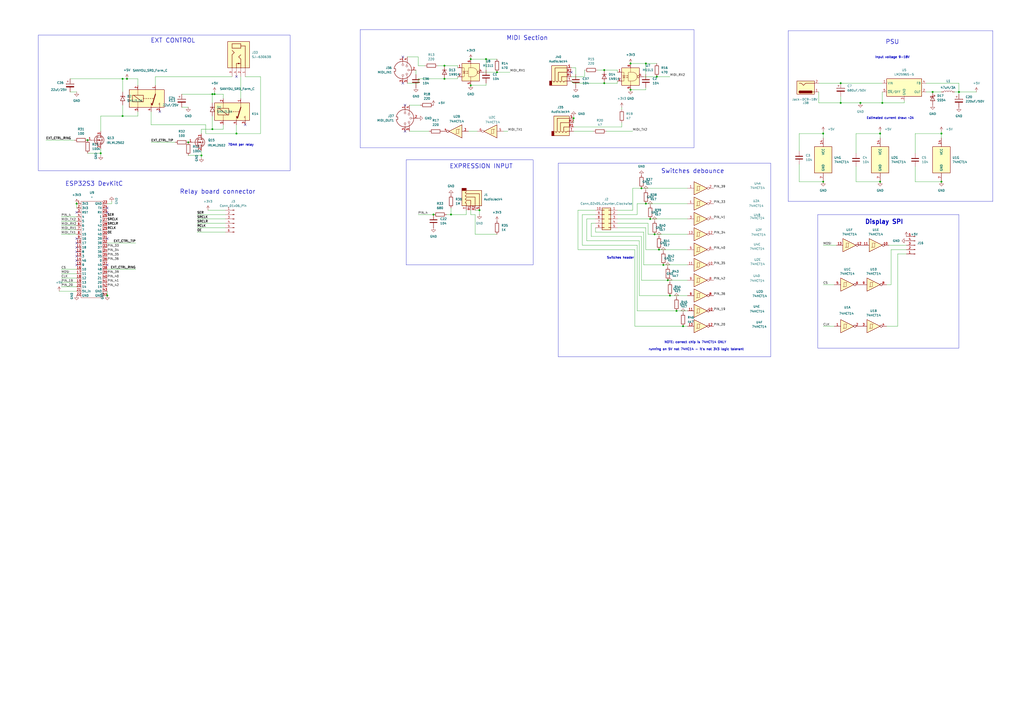
<source format=kicad_sch>
(kicad_sch (version 20250114) (generator "eeschema") (generator_version "9.0")
  (paper "A2")
  (rectangle (start 235.585 92.71) (end 309.245 153.67))
  (rectangle (start 22.225 20.32) (end 168.275 99.06))
  (rectangle (start 323.85 94.615) (end 447.04 207.01))
  (rectangle (start 474.345 124.46) (end 556.26 201.93))
  (rectangle (start 208.915 17.145) (end 402.59 85.725))
  (rectangle (start 457.2 17.78) (end 575.945 116.84))
  (text "Estimated current draw: ~2A\n\n" (at 516.382 69.596 0) (effects (font (size 1.27 1.27) (thickness 0.254) (bold yes))))
  (text "EXT CONTROL" (at 100.33 23.622 0) (effects (font (size 2.54 2.54) (thickness 0.254) (bold yes))))
  (text "Display SPI \n" (at 513.842 128.778 0) (effects (font (size 2.54 2.54) (thickness 0.508) (bold yes))))
  (text "EXPRESSION INPUT" (at 279.146 96.52 0) (effects (font (size 2.54 2.54) (thickness 0.254) (bold yes))))
  (text "Input voltage 9-18V" (at 517.652 33.274 0) (effects (font (size 1.27 1.27) (thickness 0.254) (bold yes))))
  (text "NOTE: correct chip is 74HCT14 ONLY\n\n running on 5V not 74HC14 - it's not 3V3 logic tolerant\n" (at 403.352 200.66 0) (effects (font (size 1.27 1.27) (thickness 0.254) (bold yes))))
  (text "Relay board connector" (at 126.238 111.252 0) (effects (font (size 2.54 2.54) (thickness 0.254) (bold yes))))
  (text "MIDI Section\n" (at 305.816 22.098 0) (effects (font (size 2.54 2.54) (thickness 0.254) (bold yes))))
  (text "Switches header" (at 359.918 149.606 0) (effects (font (size 1.27 1.27) (thickness 0.254) (bold yes))))
  (text "70mA per relay\n" (at 139.7 84.074 0) (effects (font (size 1.27 1.27) (thickness 0.254) (bold yes))))
  (text "Switches debounce" (at 401.828 99.314 0) (effects (font (size 2.54 2.54) (thickness 0.254) (bold yes))))
  (text "ESP32S3 DevKitC\n" (at 54.61 106.68 0) (effects (font (size 2.54 2.54) (thickness 0.254) (bold yes))))
  (text "PSU\n" (at 517.652 24.384 0) (effects (font (size 2.54 2.54) (thickness 0.254) (bold yes))))
  (junction (at 50.8 81.28))
  (junction (at 332.74 68.58))
  (junction (at 546.1 105.41))
  (junction (at 384.81 153.67))
  (junction (at 381 44.45))
  (junction (at 396.24 189.23))
  (junction (at 261.62 124.46))
  (junction (at 510.54 105.41))
  (junction (at 382.27 144.78))
  (junction (at 372.11 109.22))
  (junction (at 510.54 77.47))
  (junction (at 257.81 38.1))
  (junction (at 116.84 90.17))
  (junction (at 278.13 121.92))
  (junction (at 288.29 41.91))
  (junction (at 44.45 118.11))
  (junction (at 477.52 105.41))
  (junction (at 477.52 77.47))
  (junction (at 487.68 59.69))
  (junction (at 273.05 34.29))
  (junction (at 281.94 34.29))
  (junction (at 124.46 54.61))
  (junction (at 71.12 67.31))
  (junction (at 350.52 40.64))
  (junction (at 365.76 52.07))
  (junction (at 556.26 53.34))
  (junction (at 374.65 36.83))
  (junction (at 257.81 45.72))
  (junction (at 541.02 53.34))
  (junction (at 392.43 180.34))
  (junction (at 58.42 88.9))
  (junction (at 273.05 49.53))
  (junction (at 73.66 45.72))
  (junction (at 123.19 54.61))
  (junction (at 499.11 59.69))
  (junction (at 546.1 77.47))
  (junction (at 511.81 59.69))
  (junction (at 487.68 48.26))
  (junction (at 388.62 171.45))
  (junction (at 365.76 36.83))
  (junction (at 71.12 45.72))
  (junction (at 387.35 162.56))
  (junction (at 377.19 127))
  (junction (at 374.65 118.11))
  (junction (at 109.22 82.55))
  (junction (at 350.52 48.26))
  (junction (at 137.16 77.47))
  (junction (at 251.46 124.46))
  (junction (at 379.73 135.89))
  (junction (at 123.19 74.93))
  (junction (at 62.23 171.45))
  (no_connect (at 44.45 151.13))
  (no_connect (at 137.16 44.45))
  (no_connect (at 62.23 153.67))
  (no_connect (at 44.45 123.19))
  (no_connect (at 62.23 138.43))
  (no_connect (at 44.45 146.05))
  (no_connect (at 234.95 76.2))
  (no_connect (at 233.68 33.02))
  (no_connect (at 234.95 60.96))
  (no_connect (at 142.24 72.39))
  (no_connect (at 62.23 120.65))
  (no_connect (at 92.71 64.77))
  (no_connect (at 44.45 143.51))
  (no_connect (at 44.45 140.97))
  (no_connect (at 44.45 153.67))
  (no_connect (at 62.23 123.19))
  (no_connect (at 44.45 148.59))
  (no_connect (at 44.45 138.43))
  (no_connect (at 331.47 41.91))
  (no_connect (at 233.68 48.26))
  (wire (pts (xy 87.63 82.55) (xy 101.6 82.55)))
  (wire (pts (xy 80.01 64.77) (xy 80.01 67.31)))
  (wire (pts (xy 398.78 144.78) (xy 382.27 144.78)))
  (wire (pts (xy 511.81 48.26) (xy 487.68 48.26)))
  (wire (pts (xy 105.41 54.61) (xy 123.19 54.61)))
  (wire (pts (xy 375.92 135.89) (xy 375.92 129.54)))
  (wire (pts (xy 388.62 171.45) (xy 398.78 171.45)))
  (wire (pts (xy 241.3 40.64) (xy 241.3 43.18)))
  (wire (pts (xy 374.65 118.11) (xy 369.57 118.11)))
  (wire (pts (xy 332.74 73.66) (xy 360.68 73.66)))
  (wire (pts (xy 463.55 95.25) (xy 463.55 105.41)))
  (wire (pts (xy 337.82 142.24) (xy 337.82 124.46)))
  (wire (pts (xy 358.14 124.46) (xy 369.57 124.46)))
  (wire (pts (xy 275.59 121.92) (xy 278.13 121.92)))
  (wire (pts (xy 35.56 156.21) (xy 44.45 156.21)))
  (wire (pts (xy 35.56 133.35) (xy 44.45 133.35)))
  (wire (pts (xy 372.11 109.22) (xy 367.03 109.22)))
  (wire (pts (xy 477.52 80.01) (xy 477.52 77.47)))
  (wire (pts (xy 337.82 124.46) (xy 345.44 124.46)))
  (wire (pts (xy 71.12 45.72) (xy 71.12 53.34)))
  (wire (pts (xy 265.43 38.1) (xy 265.43 39.37)))
  (wire (pts (xy 358.14 40.64) (xy 350.52 40.64)))
  (wire (pts (xy 275.59 124.46) (xy 273.05 124.46)))
  (wire (pts (xy 373.38 153.67) (xy 373.38 134.62)))
  (wire (pts (xy 520.7 147.32) (xy 520.7 189.23)))
  (wire (pts (xy 474.98 48.26) (xy 487.68 48.26)))
  (wire (pts (xy 345.44 134.62) (xy 345.44 132.08)))
  (wire (pts (xy 360.68 71.12) (xy 360.68 73.66)))
  (wire (pts (xy 511.81 59.69) (xy 524.51 59.69)))
  (wire (pts (xy 280.67 41.91) (xy 288.29 41.91)))
  (wire (pts (xy 332.74 48.26) (xy 350.52 48.26)))
  (wire (pts (xy 139.7 44.45) (xy 139.7 57.15)))
  (wire (pts (xy 556.26 53.34) (xy 556.26 54.61)))
  (wire (pts (xy 116.84 74.93) (xy 116.84 77.47)))
  (wire (pts (xy 35.56 128.27) (xy 44.45 128.27)))
  (wire (pts (xy 537.21 53.34) (xy 541.02 53.34)))
  (wire (pts (xy 90.17 44.45) (xy 90.17 49.53)))
  (wire (pts (xy 398.78 135.89) (xy 379.73 135.89)))
  (wire (pts (xy 525.78 147.32) (xy 520.7 147.32)))
  (wire (pts (xy 288.29 41.91) (xy 295.91 41.91)))
  (wire (pts (xy 64.77 118.11) (xy 64.77 116.84)))
  (wire (pts (xy 365.76 36.83) (xy 374.65 36.83)))
  (wire (pts (xy 373.38 44.45) (xy 381 44.45)))
  (wire (pts (xy 369.57 142.24) (xy 369.57 180.34)))
  (wire (pts (xy 123.19 54.61) (xy 123.19 59.69)))
  (wire (pts (xy 496.57 77.47) (xy 510.54 77.47)))
  (wire (pts (xy 358.14 40.64) (xy 358.14 41.91)))
  (wire (pts (xy 35.56 130.81) (xy 44.45 130.81)))
  (wire (pts (xy 335.28 121.92) (xy 345.44 121.92)))
  (wire (pts (xy 114.3 129.54) (xy 130.81 129.54)))
  (wire (pts (xy 496.57 77.47) (xy 496.57 88.9)))
  (wire (pts (xy 116.84 91.44) (xy 116.84 90.17)))
  (wire (pts (xy 382.27 144.78) (xy 374.65 144.78)))
  (wire (pts (xy 546.1 76.2) (xy 546.1 77.47)))
  (wire (pts (xy 137.16 77.47) (xy 119.38 77.47)))
  (wire (pts (xy 114.3 132.08) (xy 130.81 132.08)))
  (wire (pts (xy 58.42 67.31) (xy 58.42 76.2)))
  (wire (pts (xy 281.94 48.26) (xy 281.94 49.53)))
  (wire (pts (xy 372.11 137.16) (xy 372.11 162.56)))
  (wire (pts (xy 40.64 45.72) (xy 71.12 45.72)))
  (wire (pts (xy 259.08 124.46) (xy 261.62 124.46)))
  (wire (pts (xy 114.3 124.46) (xy 130.81 124.46)))
  (wire (pts (xy 511.81 53.34) (xy 511.81 59.69)))
  (wire (pts (xy 50.8 88.9) (xy 58.42 88.9)))
  (wire (pts (xy 281.94 34.29) (xy 281.94 40.64)))
  (wire (pts (xy 129.54 57.15) (xy 129.54 54.61)))
  (wire (pts (xy 516.89 165.1) (xy 516.89 144.78)))
  (wire (pts (xy 477.52 189.23) (xy 483.87 189.23)))
  (wire (pts (xy 261.62 124.46) (xy 270.51 124.46)))
  (wire (pts (xy 273.05 49.53) (xy 281.94 49.53)))
  (wire (pts (xy 367.03 109.22) (xy 367.03 121.92)))
  (wire (pts (xy 463.55 87.63) (xy 463.55 77.47)))
  (wire (pts (xy 273.05 34.29) (xy 281.94 34.29)))
  (wire (pts (xy 499.11 59.69) (xy 511.81 59.69)))
  (wire (pts (xy 510.54 77.47) (xy 510.54 80.01)))
  (wire (pts (xy 530.86 96.52) (xy 530.86 105.41)))
  (wire (pts (xy 116.84 74.93) (xy 123.19 74.93)))
  (wire (pts (xy 370.84 139.7) (xy 370.84 171.45)))
  (wire (pts (xy 35.56 158.75) (xy 44.45 158.75)))
  (wire (pts (xy 87.63 72.39) (xy 87.63 64.77)))
  (wire (pts (xy 553.72 53.34) (xy 556.26 53.34)))
  (wire (pts (xy 237.49 60.96) (xy 243.84 60.96)))
  (wire (pts (xy 358.14 129.54) (xy 375.92 129.54)))
  (wire (pts (xy 381 44.45) (xy 388.62 44.45)))
  (wire (pts (xy 379.73 135.89) (xy 375.92 135.89)))
  (wire (pts (xy 34.29 168.91) (xy 44.45 168.91)))
  (wire (pts (xy 377.19 127) (xy 398.78 127)))
  (wire (pts (xy 372.11 162.56) (xy 387.35 162.56)))
  (wire (pts (xy 496.57 105.41) (xy 510.54 105.41)))
  (wire (pts (xy 392.43 180.34) (xy 398.78 180.34)))
  (wire (pts (xy 360.68 63.5) (xy 360.68 62.23)))
  (wire (pts (xy 71.12 60.96) (xy 71.12 67.31)))
  (wire (pts (xy 340.36 139.7) (xy 340.36 127)))
  (wire (pts (xy 151.13 44.45) (xy 151.13 77.47)))
  (wire (pts (xy 477.52 76.2) (xy 477.52 77.47)))
  (wire (pts (xy 275.59 124.46) (xy 275.59 135.89)))
  (wire (pts (xy 463.55 105.41) (xy 477.52 105.41)))
  (wire (pts (xy 541.02 53.34) (xy 546.1 53.34)))
  (wire (pts (xy 292.1 76.2) (xy 294.64 76.2)))
  (wire (pts (xy 384.81 153.67) (xy 373.38 153.67)))
  (wire (pts (xy 73.66 45.72) (xy 71.12 45.72)))
  (wire (pts (xy 339.09 40.64) (xy 339.09 44.45)))
  (wire (pts (xy 368.3 144.78) (xy 368.3 189.23)))
  (wire (pts (xy 374.65 36.83) (xy 381 36.83)))
  (wire (pts (xy 109.22 90.17) (xy 116.84 90.17)))
  (wire (pts (xy 254 38.1) (xy 257.81 38.1)))
  (wire (pts (xy 257.81 45.72) (xy 265.43 45.72)))
  (wire (pts (xy 124.46 53.34) (xy 124.46 54.61)))
  (wire (pts (xy 62.23 168.91) (xy 62.23 171.45)))
  (wire (pts (xy 530.86 88.9) (xy 530.86 77.47)))
  (wire (pts (xy 120.65 121.92) (xy 130.81 121.92)))
  (wire (pts (xy 340.36 127) (xy 345.44 127)))
  (wire (pts (xy 332.74 48.26) (xy 331.47 46.99)))
  (wire (pts (xy 332.74 68.58) (xy 332.74 71.12)))
  (wire (pts (xy 345.44 134.62) (xy 373.38 134.62)))
  (wire (pts (xy 242.57 38.1) (xy 242.57 33.02)))
  (wire (pts (xy 346.71 40.64) (xy 350.52 40.64)))
  (wire (pts (xy 26.67 81.28) (xy 43.18 81.28)))
  (wire (pts (xy 335.28 144.78) (xy 335.28 121.92)))
  (wire (pts (xy 265.43 38.1) (xy 257.81 38.1)))
  (wire (pts (xy 35.56 166.37) (xy 44.45 166.37)))
  (wire (pts (xy 58.42 88.9) (xy 58.42 90.17)))
  (wire (pts (xy 514.35 189.23) (xy 520.7 189.23)))
  (wire (pts (xy 90.17 44.45) (xy 134.62 44.45)))
  (wire (pts (xy 123.19 74.93) (xy 129.54 74.93)))
  (wire (pts (xy 236.22 33.02) (xy 242.57 33.02)))
  (wire (pts (xy 350.52 48.26) (xy 358.14 48.26)))
  (wire (pts (xy 510.54 76.2) (xy 510.54 77.47)))
  (wire (pts (xy 44.45 118.11) (xy 44.45 120.65)))
  (wire (pts (xy 331.47 39.37) (xy 334.01 39.37)))
  (wire (pts (xy 105.41 62.23) (xy 109.22 62.23)))
  (wire (pts (xy 516.89 144.78) (xy 525.78 144.78)))
  (wire (pts (xy 275.59 135.89) (xy 288.29 135.89)))
  (wire (pts (xy 261.62 120.65) (xy 261.62 124.46)))
  (wire (pts (xy 242.57 45.72) (xy 257.81 45.72)))
  (wire (pts (xy 374.65 118.11) (xy 398.78 118.11)))
  (wire (pts (xy 369.57 118.11) (xy 369.57 124.46)))
  (wire (pts (xy 78.74 156.21) (xy 62.23 156.21)))
  (wire (pts (xy 387.35 162.56) (xy 398.78 162.56)))
  (wire (pts (xy 477.52 142.24) (xy 485.14 142.24)))
  (wire (pts (xy 530.86 105.41) (xy 546.1 105.41)))
  (wire (pts (xy 78.74 140.97) (xy 62.23 140.97)))
  (wire (pts (xy 358.14 132.08) (xy 374.65 132.08)))
  (wire (pts (xy 142.24 44.45) (xy 151.13 44.45)))
  (wire (pts (xy 271.78 76.2) (xy 276.86 76.2)))
  (wire (pts (xy 124.46 54.61) (xy 129.54 54.61)))
  (wire (pts (xy 332.74 76.2) (xy 344.17 76.2)))
  (wire (pts (xy 331.47 44.45) (xy 339.09 44.45)))
  (wire (pts (xy 242.57 45.72) (xy 242.57 48.26)))
  (wire (pts (xy 281.94 34.29) (xy 288.29 34.29)))
  (wire (pts (xy 58.42 67.31) (xy 71.12 67.31)))
  (wire (pts (xy 530.86 77.47) (xy 546.1 77.47)))
  (wire (pts (xy 35.56 161.29) (xy 44.45 161.29)))
  (wire (pts (xy 119.38 77.47) (xy 119.38 72.39)))
  (wire (pts (xy 242.57 124.46) (xy 251.46 124.46)))
  (wire (pts (xy 514.35 165.1) (xy 516.89 165.1)))
  (wire (pts (xy 370.84 171.45) (xy 388.62 171.45)))
  (wire (pts (xy 116.84 90.17) (xy 116.84 87.63)))
  (wire (pts (xy 123.19 54.61) (xy 124.46 54.61)))
  (wire (pts (xy 80.01 45.72) (xy 73.66 45.72)))
  (wire (pts (xy 335.28 144.78) (xy 368.3 144.78)))
  (wire (pts (xy 80.01 49.53) (xy 80.01 45.72)))
  (wire (pts (xy 337.82 142.24) (xy 369.57 142.24)))
  (wire (pts (xy 342.9 137.16) (xy 372.11 137.16)))
  (wire (pts (xy 35.56 125.73) (xy 44.45 125.73)))
  (wire (pts (xy 278.13 121.92) (xy 278.13 124.46)))
  (wire (pts (xy 537.21 48.26) (xy 556.26 48.26)))
  (wire (pts (xy 487.68 59.69) (xy 499.11 59.69)))
  (wire (pts (xy 342.9 129.54) (xy 345.44 129.54)))
  (wire (pts (xy 62.23 118.11) (xy 64.77 118.11)))
  (wire (pts (xy 242.57 48.26) (xy 236.22 48.26)))
  (wire (pts (xy 463.55 77.47) (xy 477.52 77.47)))
  (wire (pts (xy 35.56 135.89) (xy 44.45 135.89)))
  (wire (pts (xy 129.54 74.93) (xy 129.54 72.39)))
  (wire (pts (xy 358.14 121.92) (xy 367.03 121.92)))
  (wire (pts (xy 35.56 163.83) (xy 44.45 163.83)))
  (wire (pts (xy 40.64 53.34) (xy 44.45 53.34)))
  (wire (pts (xy 556.26 48.26) (xy 556.26 53.34)))
  (wire (pts (xy 237.49 76.2) (xy 248.92 76.2)))
  (wire (pts (xy 242.57 38.1) (xy 246.38 38.1)))
  (wire (pts (xy 487.68 55.88) (xy 487.68 59.69)))
  (wire (pts (xy 340.36 139.7) (xy 370.84 139.7)))
  (wire (pts (xy 334.01 39.37) (xy 334.01 43.18)))
  (wire (pts (xy 273.05 124.46) (xy 273.05 121.92)))
  (wire (pts (xy 119.38 72.39) (xy 87.63 72.39)))
  (wire (pts (xy 524.51 58.42) (xy 524.51 59.69)))
  (wire (pts (xy 151.13 77.47) (xy 137.16 77.47)))
  (wire (pts (xy 474.98 53.34) (xy 474.98 59.69)))
  (wire (pts (xy 58.42 86.36) (xy 58.42 88.9)))
  (wire (pts (xy 137.16 77.47) (xy 137.16 72.39)))
  (wire (pts (xy 515.62 142.24) (xy 525.78 142.24)))
  (wire (pts (xy 358.14 127) (xy 377.19 127)))
  (wire (pts (xy 265.43 45.72) (xy 265.43 44.45)))
  (wire (pts (xy 270.51 121.92) (xy 270.51 124.46)))
  (wire (pts (xy 123.19 67.31) (xy 123.19 74.93)))
  (wire (pts (xy 398.78 153.67) (xy 384.81 153.67)))
  (wire (pts (xy 332.74 67.31) (xy 332.74 68.58)))
  (wire (pts (xy 374.65 36.83) (xy 374.65 43.18)))
  (wire (pts (xy 365.76 52.07) (xy 374.65 52.07)))
  (wire (pts (xy 396.24 189.23) (xy 398.78 189.23)))
  (wire (pts (xy 474.98 59.69) (xy 487.68 59.69)))
  (wire (pts (xy 342.9 137.16) (xy 342.9 129.54)))
  (wire (pts (xy 546.1 77.47) (xy 546.1 80.01)))
  (wire (pts (xy 374.65 50.8) (xy 374.65 52.07)))
  (wire (pts (xy 71.12 67.31) (xy 80.01 67.31)))
  (wire (pts (xy 369.57 180.34) (xy 392.43 180.34)))
  (wire (pts (xy 496.57 96.52) (xy 496.57 105.41)))
  (wire (pts (xy 351.79 76.2) (xy 367.03 76.2)))
  (wire (pts (xy 358.14 48.26) (xy 358.14 46.99)))
  (wire (pts (xy 398.78 109.22) (xy 372.11 109.22)))
  (wire (pts (xy 114.3 127) (xy 130.81 127)))
  (wire (pts (xy 556.26 53.34) (xy 566.42 53.34)))
  (wire (pts (xy 114.3 134.62) (xy 130.81 134.62)))
  (wire (pts (xy 368.3 189.23) (xy 396.24 189.23)))
  (wire (pts (xy 374.65 144.78) (xy 374.65 132.08)))
  (wire (pts (xy 477.52 165.1) (xy 483.87 165.1)))
  (label "PIN_42" (at 414.02 162.56 0))
  (label "MIDI_RX1" (at 295.91 41.91 0))
  (label "EXT_CTRL_TIP" (at 87.63 82.55 0) (effects (font (thickness 0.254) (bold yes))))
  (label "CS" (at 35.56 156.21 0))
  (label "EXT_CTRL_RING" (at 26.67 81.28 0) (effects (font (thickness 0.254) (bold yes))))
  (label "CS" (at 477.52 165.1 0))
  (label "PIN_4" (at 242.57 124.46 0))
  (label "MIDI_TX2" (at 35.56 128.27 0))
  (label "PIN_39" (at 414.02 109.22 0))
  (label "MIDI_RX2" (at 35.56 130.81 0))
  (label "CLK" (at 35.56 161.29 0))
  (label "SER" (at 114.3 124.46 0) (effects (font (thickness 0.254) (bold yes))))
  (label "PIN_34" (at 414.02 135.89 0))
  (label "MIDI_TX1" (at 294.64 76.2 0))
  (label "OE" (at 114.3 134.62 0) (effects (font (thickness 0.254) (bold yes))))
  (label "PIN_20" (at 35.56 166.37 0))
  (label "MIDI_RX1" (at 35.56 133.35 0))
  (label "RCLK" (at 114.3 132.08 0) (effects (font (thickness 0.254) (bold yes))))
  (label "SRCLR" (at 114.3 129.54 0) (effects (font (thickness 0.254) (bold yes))))
  (label "PIN_4" (at 35.56 125.73 0))
  (label "SER" (at 62.23 125.73 0) (effects (font (thickness 0.254) (bold yes))))
  (label "PIN_33" (at 414.02 118.11 0))
  (label "PIN_36" (at 62.23 151.13 0))
  (label "PIN_41" (at 62.23 163.83 0))
  (label "PIN_40" (at 62.23 161.29 0))
  (label "PIN_35" (at 414.02 153.67 0))
  (label "PIN_39" (at 62.23 158.75 0))
  (label "MIDI_TX1" (at 35.56 135.89 0))
  (label "PIN_35" (at 62.23 148.59 0))
  (label "PIN_42" (at 62.23 166.37 0))
  (label "CLK" (at 477.52 189.23 0))
  (label "MOSI" (at 35.56 158.75 0))
  (label "PIN_33" (at 62.23 143.51 0))
  (label "MIDI_RX2" (at 388.62 44.45 0))
  (label "PIN_19" (at 414.02 180.34 0))
  (label "PIN_41" (at 414.02 127 0))
  (label "PIN_36" (at 414.02 171.45 0))
  (label "OE" (at 62.23 135.89 0) (effects (font (thickness 0.254) (bold yes))))
  (label "PIN_19" (at 35.56 163.83 0))
  (label "SRCLK" (at 114.3 127 0) (effects (font (thickness 0.254) (bold yes))))
  (label "MIDI_TX2" (at 367.03 76.2 0))
  (label "EXT_CTRL_TIP" (at 78.74 140.97 180) (effects (font (thickness 0.254) (bold yes))))
  (label "MOSI" (at 477.52 142.24 0))
  (label "SRCLR" (at 62.23 130.81 0) (effects (font (thickness 0.254) (bold yes))))
  (label "EXT_CTRL_RING" (at 78.74 156.21 180) (effects (font (thickness 0.254) (bold yes))))
  (label "PIN_20" (at 414.02 189.23 0))
  (label "" (at 414.02 127 0))
  (label "PIN_34" (at 62.23 146.05 0))
  (label "SRCLK" (at 62.23 128.27 0) (effects (font (thickness 0.254) (bold yes))))
  (label "RCLK" (at 62.23 133.35 0) (effects (font (thickness 0.254) (bold yes))))
  (label "PIN_40" (at 414.02 144.78 0))
  (symbol (lib_id "Regulator_Switching:LM2596S-5") (at 524.51 50.8 0) (unit 1)
    (property "Reference" "U5" (at 524.51 40.64 0))
    (property "Value" "LM2596S-5" (at 524.51 43.18 0))
    (property "Footprint" "Package_TO_SOT_SMD:TO-263-5_TabPin3" (effects (hide yes)))
    (property "Datasheet" "http://www.ti.com/lit/ds/symlink/lm2596.pdf" (effects (hide yes)))
    (property "Description" "5V 3A Step-Down Voltage Regulator, TO-263" (effects (hide yes)))
  )
  (symbol (lib_id "74xx:74HC14") (at 264.16 76.2 180) (unit 2)
    (property "Reference" "U2" (at 264.922 67.564 0))
    (property "Value" "74HCT14" (at 264.922 70.358 0))
    (property "Footprint" "Package_SO:SOIC-14_3.9x8.7mm_P1.27mm" (effects (hide yes)))
    (property "Datasheet" "http://www.ti.com/lit/gpn/sn74HC14" (effects (hide yes)))
    (property "Description" "Hex inverter schmitt trigger" (effects (hide yes)))
  )
  (symbol (lib_id "74xx:74HC14") (at 510.54 92.71 0) (unit 7)
    (property "Reference" "U2" (at 516.89 91.4399 0) (effects (justify left)))
    (property "Value" "74HCT14" (at 516.89 93.9799 0) (effects (justify left)))
    (property "Footprint" "Package_SO:SOIC-14_3.9x8.7mm_P1.27mm" (effects (hide yes)))
    (property "Datasheet" "http://www.ti.com/lit/gpn/sn74HC14" (effects (hide yes)))
    (property "Description" "Hex inverter schmitt trigger" (effects (hide yes)))
  )
  (symbol (lib_id "power:GND") (at 334.01 50.8 0) (unit 1)
    (property "Reference" "#PWR062" (effects (hide yes)))
    (property "Value" "GND" (at 334.01 55.88 0))
    (property "Description" "Power symbol creates a global label with name \"GND\" , ground" (effects (hide yes)))
  )
  (symbol (lib_id "power:+3V3") (at 510.54 76.2 0) (unit 1)
    (property "Reference" "#PWR037" (effects (hide yes)))
    (property "Value" "+5V" (at 513.08 74.9299 0) (effects (justify left)))
    (property "Description" "Power symbol creates a global label with name \"+3V3\"" (effects (hide yes)))
  )
  (symbol (lib_id "74xx:74HC14") (at 506.73 189.23 0) (unit 2)
    (property "Reference" "U1" (at 506.73 180.34 0))
    (property "Value" "74HCT14" (at 506.73 182.88 0))
    (property "Footprint" "Package_SO:SOIC-14_3.9x8.7mm_P1.27mm" (effects (hide yes)))
    (property "Datasheet" "http://www.ti.com/lit/gpn/sn74HC14" (effects (hide yes)))
    (property "Description" "Hex inverter schmitt trigger" (effects (hide yes)))
  )
  (symbol (lib_id "power:GND") (at 372.11 101.6 180) (unit 1)
    (property "Reference" "#PWR065" (effects (hide yes)))
    (property "Value" "GND" (at 372.11 96.52 0))
    (property "Description" "Power symbol creates a global label with name \"GND\" , ground" (effects (hide yes)))
  )
  (symbol (lib_id "Connector:Jack-DC") (at 467.36 50.8 0) (mirror x) (unit 1)
    (property "Reference" "J38" (at 467.36 59.69 0))
    (property "Value" "Jack-DC9-18V" (at 466.852 57.658 0))
    (property "Footprint" "Connector_BarrelJack:BarrelJack_GCT_DCJ200-10-A_Horizontal" (effects (hide yes)))
    (property "Description" "DC Barrel Jack" (effects (hide yes)))
  )
  (symbol (lib_id "74xx:74HC14") (at 492.76 142.24 0) (unit 6)
    (property "Reference" "U1" (at 492.76 133.35 0))
    (property "Value" "74HCT14" (at 492.76 135.89 0))
    (property "Footprint" "Package_SO:SOIC-14_3.9x8.7mm_P1.27mm" (effects (hide yes)))
    (property "Datasheet" "http://www.ti.com/lit/gpn/sn74HC14" (effects (hide yes)))
    (property "Description" "Hex inverter schmitt trigger" (effects (hide yes)))
  )
  (symbol (lib_id "74xx:74HC14") (at 284.48 76.2 180) (unit 3)
    (property "Reference" "U2" (at 285.496 68.072 0))
    (property "Value" "74HCT14" (at 285.75 70.866 0))
    (property "Footprint" "Package_SO:SOIC-14_3.9x8.7mm_P1.27mm" (effects (hide yes)))
    (property "Datasheet" "http://www.ti.com/lit/gpn/sn74HC14" (effects (hide yes)))
    (property "Description" "Hex inverter schmitt trigger" (effects (hide yes)))
  )
  (symbol (lib_id "Device:R") (at 252.73 76.2 90) (unit 1)
    (property "Reference" "R17" (at 252.73 69.85 90))
    (property "Value" "220" (at 252.73 72.39 90))
    (property "Footprint" "Resistor_SMD:R_0603_1608Metric_Pad0.98x0.95mm_HandSolder" (effects (hide yes)))
    (property "Description" "Resistor" (effects (hide yes)))
  )
  (symbol (lib_id "power:GND") (at 387.35 154.94 180) (unit 1)
    (property "Reference" "#PWR071" (effects (hide yes)))
    (property "Value" "GND" (at 387.35 149.86 0))
    (property "Description" "Power symbol creates a global label with name \"GND\" , ground" (effects (hide yes)))
  )
  (symbol (lib_id "power:+3V3") (at 273.05 34.29 0) (unit 1)
    (property "Reference" "#PWR030" (effects (hide yes)))
    (property "Value" "+3V3" (at 273.05 29.21 0))
    (property "Description" "Power symbol creates a global label with name \"+3V3\"" (effects (hide yes)))
  )
  (symbol (lib_id "Device:R") (at 374.65 114.3 0) (unit 1)
    (property "Reference" "R38" (at 377.19 113.0299 0) (effects (justify left)))
    (property "Value" "4k7" (at 377.19 115.5699 0) (effects (justify left)))
    (property "Footprint" "Resistor_SMD:R_0603_1608Metric_Pad0.98x0.95mm_HandSolder" (effects (hide yes)))
    (property "Description" "Resistor" (effects (hide yes)))
  )
  (symbol (lib_id "power:+3V3") (at 525.78 137.16 0) (unit 1)
    (property "Reference" "#PWR046" (effects (hide yes)))
    (property "Value" "+5V" (at 528.32 135.8899 0) (effects (justify left)))
    (property "Description" "Power symbol creates a global label with name \"+3V3\"" (effects (hide yes)))
  )
  (symbol (lib_id "74xx:74HC14") (at 491.49 189.23 0) (unit 1)
    (property "Reference" "U1" (at 491.49 178.308 0))
    (property "Value" "74HCT14" (at 490.982 181.864 0))
    (property "Footprint" "Package_SO:SOIC-14_3.9x8.7mm_P1.27mm" (effects (hide yes)))
    (property "Datasheet" "http://www.ti.com/lit/gpn/sn74HC14" (effects (hide yes)))
    (property "Description" "Hex inverter schmitt trigger" (effects (hide yes)))
  )
  (symbol (lib_id "power:GND") (at 278.13 124.46 0) (unit 1)
    (property "Reference" "#PWR058" (effects (hide yes)))
    (property "Value" "GND" (at 278.13 129.54 0))
    (property "Description" "Power symbol creates a global label with name \"GND\" , ground" (effects (hide yes)))
  )
  (symbol (lib_id "power:+3V3") (at 120.65 121.92 0) (unit 1)
    (property "Reference" "#PWR057" (effects (hide yes)))
    (property "Value" "+3V3" (at 120.65 116.84 0))
    (property "Description" "Power symbol creates a global label with name \"+3V3\"" (effects (hide yes)))
  )
  (symbol (lib_id "power:+3V3") (at 546.1 76.2 0) (unit 1)
    (property "Reference" "#PWR023" (effects (hide yes)))
    (property "Value" "+5V" (at 548.64 74.9299 0) (effects (justify left)))
    (property "Description" "Power symbol creates a global label with name \"+3V3\"" (effects (hide yes)))
  )
  (symbol (lib_id "Device:C") (at 496.57 92.71 0) (unit 1)
    (property "Reference" "C4" (at 500.38 91.4399 0) (effects (justify left)))
    (property "Value" "104" (at 500.38 93.9799 0) (effects (justify left)))
    (property "Footprint" "Capacitor_SMD:C_0603_1608Metric_Pad1.08x0.95mm_HandSolder" (effects (hide yes)))
    (property "Description" "Unpolarized capacitor" (effects (hide yes)))
  )
  (symbol (lib_id "74xx:74HC14") (at 406.4 153.67 0) (unit 5)
    (property "Reference" "U2" (at 439.42 150.622 0))
    (property "Value" "74HCT14" (at 439.42 153.162 0))
    (property "Footprint" "Package_SO:SOIC-14_3.9x8.7mm_P1.27mm" (effects (hide yes)))
    (property "Datasheet" "http://www.ti.com/lit/gpn/sn74HC14" (effects (hide yes)))
    (property "Description" "Hex inverter schmitt trigger" (effects (hide yes)))
  )
  (symbol (lib_id "power:+3V3") (at 44.45 118.11 0) (unit 1)
    (property "Reference" "#PWR051" (effects (hide yes)))
    (property "Value" "+3V3" (at 44.45 113.03 0))
    (property "Description" "Power symbol creates a global label with name \"+3V3\"" (effects (hide yes)))
  )
  (symbol (lib_id "Diode:SMAJ5.0A") (at 71.12 57.15 270) (unit 1)
    (property "Reference" "D2" (at 73.66 55.8799 90) (effects (justify left)))
    (property "Value" "SMAJ5.0A" (at 73.66 58.4199 90) (effects (justify left)))
    (property "Footprint" "Diode_SMD:D_SMA" (effects (hide yes)))
    (property "Datasheet" "https://www.littelfuse.com/media?resourcetype=datasheets&itemid=75e32973-b177-4ee3-a0ff-cedaf1abdb93&filename=smaj-datasheet" (effects (hide yes)))
    (property "Description" "400W unidirectional Transient Voltage Suppressor, 5.0Vr, SMA(DO-214AC)" (effects (hide yes)))
  )
  (symbol (lib_id "Device:L") (at 549.91 53.34 90) (unit 1)
    (property "Reference" "L1" (at 550.164 46.99 90))
    (property "Value" "47uH/3A" (at 549.91 50.8 90))
    (property "Footprint" "Inductor_THT:L_Toroid_Vertical_L25.4mm_W14.7mm_P12.20mm_Vishay_TJ5" (effects (hide yes)))
    (property "Description" "Inductor" (effects (hide yes)))
  )
  (symbol (lib_id "Connector_Generic:Conn_02x05_Counter_Clockwise") (at 353.06 127 0) (mirror y) (unit 1)
    (property "Reference" "J2" (at 351.79 115.57 0))
    (property "Value" "Conn_02x05_Counter_Clockwise" (at 351.79 118.11 0))
    (property "Footprint" "Connector_PinHeader_2.54mm:PinHeader_2x05_P2.54mm_Vertical" (effects (hide yes)))
    (property "Description" "Generic connector, double row, 02x05, counter clockwise pin numbering scheme (similar to DIP package numbering), script generated (kicad-library-utils/schlib/autogen/connector/)" (effects (hide yes)))
  )
  (symbol (lib_id "Device:C") (at 530.86 92.71 0) (unit 1)
    (property "Reference" "C5" (at 534.67 91.4399 0) (effects (justify left)))
    (property "Value" "104" (at 534.67 93.9799 0) (effects (justify left)))
    (property "Footprint" "Capacitor_SMD:C_0603_1608Metric_Pad1.08x0.95mm_HandSolder" (effects (hide yes)))
    (property "Description" "Unpolarized capacitor" (effects (hide yes)))
  )
  (symbol (lib_id "power:GND") (at 377.19 119.38 180) (unit 1)
    (property "Reference" "#PWR067" (effects (hide yes)))
    (property "Value" "GND" (at 377.19 114.3 0))
    (property "Description" "Power symbol creates a global label with name \"GND\" , ground" (effects (hide yes)))
  )
  (symbol (lib_id "74xx:74HC14") (at 506.73 165.1 0) (unit 4)
    (property "Reference" "U1" (at 506.73 156.21 0))
    (property "Value" "74HCT14" (at 506.73 158.75 0))
    (property "Footprint" "Package_SO:SOIC-14_3.9x8.7mm_P1.27mm" (effects (hide yes)))
    (property "Datasheet" "http://www.ti.com/lit/gpn/sn74HC14" (effects (hide yes)))
    (property "Description" "Hex inverter schmitt trigger" (effects (hide yes)))
  )
  (symbol (lib_id "Device:R") (at 105.41 82.55 90) (unit 1)
    (property "Reference" "R32" (at 105.41 76.2 90))
    (property "Value" "100" (at 105.41 78.74 90))
    (property "Footprint" "Resistor_SMD:R_0603_1608Metric_Pad0.98x0.95mm_HandSolder" (effects (hide yes)))
    (property "Description" "Resistor" (effects (hide yes)))
  )
  (symbol (lib_id "power:GND") (at 546.1 105.41 0) (unit 1)
    (property "Reference" "#PWR02" (effects (hide yes)))
    (property "Value" "GND" (at 546.1 110.49 0))
    (property "Description" "Power symbol creates a global label with name \"GND\" , ground" (effects (hide yes)))
  )
  (symbol (lib_id "Device:R") (at 360.68 67.31 180) (unit 1)
    (property "Reference" "R19" (at 363.22 66.0399 0) (effects (justify right)))
    (property "Value" "47" (at 363.22 68.5799 0) (effects (justify right)))
    (property "Footprint" "Resistor_SMD:R_0603_1608Metric_Pad0.98x0.95mm_HandSolder" (effects (hide yes)))
    (property "Description" "Resistor" (effects (hide yes)))
  )
  (symbol (lib_id "Device:R") (at 46.99 81.28 90) (unit 1)
    (property "Reference" "R31" (at 46.99 74.93 90))
    (property "Value" "100" (at 46.99 77.47 90))
    (property "Footprint" "Resistor_SMD:R_0603_1608Metric_Pad0.98x0.95mm_HandSolder" (effects (hide yes)))
    (property "Description" "Resistor" (effects (hide yes)))
  )
  (symbol (lib_id "power:GND") (at 116.84 91.44 0) (unit 1)
    (property "Reference" "#PWR043" (effects (hide yes)))
    (property "Value" "GND" (at 114.046 89.662 90) (effects (justify right)))
    (property "Description" "Power symbol creates a global label with name \"GND\" , ground" (effects (hide yes)))
  )
  (symbol (lib_id "power:+3V3") (at 288.29 128.27 0) (unit 1)
    (property "Reference" "#PWR064" (effects (hide yes)))
    (property "Value" "+3V3" (at 288.29 123.19 0))
    (property "Description" "Power symbol creates a global label with name \"+3V3\"" (effects (hide yes)))
  )
  (symbol (lib_id "power:+3V3") (at 365.76 36.83 0) (unit 1)
    (property "Reference" "#PWR031" (effects (hide yes)))
    (property "Value" "+3V3" (at 365.76 31.75 0))
    (property "Description" "Power symbol creates a global label with name \"+3V3\"" (effects (hide yes)))
  )
  (symbol (lib_id "Device:R") (at 379.73 132.08 0) (unit 1)
    (property "Reference" "R40" (at 382.27 130.8099 0) (effects (justify left)))
    (property "Value" "4k7" (at 382.27 133.3499 0) (effects (justify left)))
    (property "Footprint" "Resistor_SMD:R_0603_1608Metric_Pad0.98x0.95mm_HandSolder" (effects (hide yes)))
    (property "Description" "Resistor" (effects (hide yes)))
  )
  (symbol (lib_id "Device:C_Polarized") (at 487.68 52.07 0) (unit 1)
    (property "Reference" "C7" (at 491.49 49.9109 0) (effects (justify left)))
    (property "Value" "680uF/50V" (at 491.49 52.4509 0) (effects (justify left)))
    (property "Footprint" "Capacitor_THT:CP_Radial_D8.0mm_P3.50mm" (effects (hide yes)))
    (property "Description" "Polarized capacitor" (effects (hide yes)))
  )
  (symbol (lib_id "Device:C") (at 463.55 91.44 0) (unit 1)
    (property "Reference" "C3" (at 467.36 90.1699 0) (effects (justify left)))
    (property "Value" "104" (at 467.36 92.7099 0) (effects (justify left)))
    (property "Footprint" "Capacitor_SMD:C_0603_1608Metric_Pad1.08x0.95mm_HandSolder" (effects (hide yes)))
    (property "Description" "Unpolarized capacitor" (effects (hide yes)))
  )
  (symbol (lib_id "Device:R") (at 250.19 38.1 90) (unit 1)
    (property "Reference" "R13" (at 250.19 31.75 90))
    (property "Value" "220" (at 250.19 34.29 90))
    (property "Footprint" "Resistor_SMD:R_0603_1608Metric_Pad0.98x0.95mm_HandSolder" (effects (hide yes)))
    (property "Description" "Resistor" (effects (hide yes)))
  )
  (symbol (lib_id "Transistor_FET:IRLML2060") (at 114.3 82.55 0) (unit 1)
    (property "Reference" "Q15" (at 120.65 81.2799 0) (effects (justify left)))
    (property "Value" "IRLML2502" (at 120.396 84.328 0) (effects (justify left)))
    (property "Footprint" "Package_TO_SOT_SMD:SOT-23" (effects (hide yes)))
    (property "Datasheet" "https://www.infineon.com/dgdl/irlml2060pbf.pdf?fileId=5546d462533600a401535664b7fb25ee" (effects (hide yes)))
    (property "Description" "1.2A Id, 60V Vds, 480mOhm Rds, N-Channel HEXFET Power MOSFET, SOT-23" (effects (hide yes)))
  )
  (symbol (lib_id "power:+5V") (at 124.46 53.34 0) (unit 1)
    (property "Reference" "#PWR042" (effects (hide yes)))
    (property "Value" "+5V" (at 124.46 48.26 0))
    (property "Description" "Power symbol creates a global label with name \"+5V\"" (effects (hide yes)))
  )
  (symbol (lib_id "MCU_dev_boards:ESP32_S3_DevKitC") (at 53.34 130.81 0) (unit 1)
    (property "Reference" "U9" (at 53.34 111.76 0))
    (property "Value" "~" (at 53.34 114.3 0))
    (property "Footprint" "Audio:ESP32S3_1" (effects (hide yes)))
  )
  (symbol (lib_id "Device:R") (at 288.29 38.1 0) (unit 1)
    (property "Reference" "R14" (at 290.83 36.8299 0) (effects (justify left)))
    (property "Value" "470" (at 290.83 39.3699 0) (effects (justify left)))
    (property "Footprint" "Resistor_SMD:R_0603_1608Metric_Pad0.98x0.95mm_HandSolder" (effects (hide yes)))
    (property "Description" "Resistor" (effects (hide yes)))
  )
  (symbol (lib_id "power:GND") (at 541.02 60.96 0) (unit 1)
    (property "Reference" "#PWR020" (effects (hide yes)))
    (property "Value" "GND" (at 541.02 66.04 0))
    (property "Description" "Power symbol creates a global label with name \"GND\" , ground" (effects (hide yes)))
  )
  (symbol (lib_id "Device:R") (at 381 40.64 0) (unit 1)
    (property "Reference" "R16" (at 383.54 39.3699 0) (effects (justify left)))
    (property "Value" "470" (at 383.54 41.9099 0) (effects (justify left)))
    (property "Footprint" "Resistor_SMD:R_0603_1608Metric_Pad0.98x0.95mm_HandSolder" (effects (hide yes)))
    (property "Description" "Resistor" (effects (hide yes)))
  )
  (symbol (lib_id "power:GND") (at 242.57 68.58 90) (unit 1)
    (property "Reference" "#PWR033" (effects (hide yes)))
    (property "Value" "GND" (at 246.38 68.5799 90) (effects (justify right)))
    (property "Description" "Power symbol creates a global label with name \"GND\" , ground" (effects (hide yes)))
  )
  (symbol (lib_id "Device:C") (at 281.94 44.45 0) (unit 1)
    (property "Reference" "C1" (at 285.75 43.1799 0) (effects (justify left)))
    (property "Value" "104" (at 285.75 45.7199 0) (effects (justify left)))
    (property "Footprint" "Capacitor_SMD:C_0603_1608Metric_Pad1.08x0.95mm_HandSolder" (effects (hide yes)))
    (property "Description" "Unpolarized capacitor" (effects (hide yes)))
  )
  (symbol (lib_id "power:GND") (at 109.22 62.23 0) (unit 1)
    (property "Reference" "#PWR026" (effects (hide yes)))
    (property "Value" "GND" (at 109.22 67.31 0))
    (property "Description" "Power symbol creates a global label with name \"GND\" , ground" (effects (hide yes)))
  )
  (symbol (lib_id "Isolator:H11L1") (at 365.76 44.45 0) (unit 1)
    (property "Reference" "U7" (at 375.92 38.0298 0))
    (property "Value" "H11L1" (at 375.92 40.5698 0))
    (property "Footprint" "Package_DIP:DIP-6_W7.62mm_LongPads" (effects (hide yes)))
    (property "Datasheet" "https://www.onsemi.com/pub/Collateral/H11L3M-D.PDF" (effects (hide yes)))
    (property "Description" "Schmitt Trigger Output Optocoupler, High Speed, DIP-6, 1.6mA turn on threshold" (effects (hide yes)))
  )
  (symbol (lib_id "Device:R") (at 247.65 60.96 90) (unit 1)
    (property "Reference" "R18" (at 247.65 54.61 90))
    (property "Value" "220" (at 247.65 57.15 90))
    (property "Footprint" "Resistor_SMD:R_0603_1608Metric_Pad0.98x0.95mm_HandSolder" (effects (hide yes)))
    (property "Description" "Resistor" (effects (hide yes)))
  )
  (symbol (lib_id "Device:R") (at 288.29 132.08 0) (unit 1)
    (property "Reference" "R35" (at 290.83 130.8099 0) (effects (justify left)))
    (property "Value" "1K" (at 290.83 133.3499 0) (effects (justify left)))
    (property "Footprint" "Resistor_SMD:R_0603_1608Metric_Pad0.98x0.95mm_HandSolder" (effects (hide yes)))
    (property "Description" "Resistor" (effects (hide yes)))
  )
  (symbol (lib_id "Relay:SANYOU_SRD_Form_C") (at 134.62 64.77 0) (mirror x) (unit 1)
    (property "Reference" "K14" (at 146.05 66.0401 0) (effects (justify left)))
    (property "Value" "SANYOU_SRD_Form_C" (at 127.508 51.562 0) (effects (justify left)))
    (property "Footprint" "Relay_THT:Relay_SPDT_SANYOU_SRD_Series_Form_C" (effects (hide yes)))
    (property "Datasheet" "http://www.sanyourelay.ca/public/products/pdf/SRD.pdf" (effects (hide yes)))
    (property "Description" "Sanyo SRD relay, Single Pole Miniature Power Relay," (effects (hide yes)))
  )
  (symbol (lib_id "Diode:1N914") (at 350.52 44.45 270) (unit 1)
    (property "Reference" "D14" (at 353.06 43.1799 90) (effects (justify left)))
    (property "Value" "1N914" (at 353.06 45.7199 90) (effects (justify left)))
    (property "Footprint" "Diode_THT:D_DO-35_SOD27_P7.62mm_Horizontal" (effects (hide yes)))
    (property "Datasheet" "http://www.vishay.com/docs/85622/1n914.pdf" (effects (hide yes)))
    (property "Description" "100V 0.3A Small Signal Fast Switching Diode, DO-35" (effects (hide yes)))
    (property "Sim.Device" "D" (effects (hide yes)))
    (property "Sim.Pins" "1=K 2=A" (effects (hide yes)))
  )
  (symbol (lib_id "power:+5V") (at 73.66 45.72 0) (unit 1)
    (property "Reference" "#PWR041" (effects (hide yes)))
    (property "Value" "+5V" (at 73.66 40.64 0))
    (property "Description" "Power symbol creates a global label with name \"+5V\"" (effects (hide yes)))
  )
  (symbol (lib_id "power:GND") (at 396.24 181.61 180) (unit 1)
    (property "Reference" "#PWR074" (effects (hide yes)))
    (property "Value" "GND" (at 396.24 176.53 0))
    (property "Description" "Power symbol creates a global label with name \"GND\" , ground" (effects (hide yes)))
  )
  (symbol (lib_id "power:GND") (at 64.77 116.84 180) (unit 1)
    (property "Reference" "#PWR054" (effects (hide yes)))
    (property "Value" "GND" (at 67.564 118.618 90) (effects (justify right)))
    (property "Description" "Power symbol creates a global label with name \"GND\" , ground" (effects (hide yes)))
  )
  (symbol (lib_id "power:GND") (at 58.42 90.17 0) (unit 1)
    (property "Reference" "#PWR044" (effects (hide yes)))
    (property "Value" "GND" (at 55.626 88.392 90) (effects (justify right)))
    (property "Description" "Power symbol creates a global label with name \"GND\" , ground" (effects (hide yes)))
  )
  (symbol (lib_id "74xx:74HC14") (at 406.4 180.34 0) (unit 5)
    (property "Reference" "U4" (at 438.912 177.8 0))
    (property "Value" "74HCT14" (at 439.166 180.594 0))
    (property "Footprint" "Package_SO:SOIC-14_3.9x8.7mm_P1.27mm" (effects (hide yes)))
    (property "Datasheet" "http://www.ti.com/lit/gpn/sn74HC14" (effects (hide yes)))
    (property "Description" "Hex inverter schmitt trigger" (effects (hide yes)))
  )
  (symbol (lib_id "power:GND") (at 379.73 128.27 180) (unit 1)
    (property "Reference" "#PWR068" (effects (hide yes)))
    (property "Value" "GND" (at 379.73 123.19 0))
    (property "Description" "Power symbol creates a global label with name \"GND\" , ground" (effects (hide yes)))
  )
  (symbol (lib_id "74xx:74HC14") (at 477.52 92.71 0) (unit 7)
    (property "Reference" "U4" (at 483.87 91.4399 0) (effects (justify left)))
    (property "Value" "74HCT14" (at 483.87 93.9799 0) (effects (justify left)))
    (property "Footprint" "Package_SO:SOIC-14_3.9x8.7mm_P1.27mm" (effects (hide yes)))
    (property "Datasheet" "http://www.ti.com/lit/gpn/sn74HC14" (effects (hide yes)))
    (property "Description" "Hex inverter schmitt trigger" (effects (hide yes)))
  )
  (symbol (lib_id "Device:R") (at 342.9 40.64 90) (unit 1)
    (property "Reference" "R15" (at 342.9 34.29 90))
    (property "Value" "220" (at 342.9 36.83 90))
    (property "Footprint" "Resistor_SMD:R_0603_1608Metric_Pad0.98x0.95mm_HandSolder" (effects (hide yes)))
    (property "Description" "Resistor" (effects (hide yes)))
  )
  (symbol (lib_id "power:+3V3") (at 477.52 76.2 0) (unit 1)
    (property "Reference" "#PWR038" (effects (hide yes)))
    (property "Value" "+5V" (at 480.06 74.9299 0) (effects (justify left)))
    (property "Description" "Power symbol creates a global label with name \"+3V3\"" (effects (hide yes)))
  )
  (symbol (lib_id "74xx:74HC14") (at 406.4 127 0) (unit 2)
    (property "Reference" "U4" (at 439.166 124.714 0))
    (property "Value" "74HCT14" (at 439.166 126.492 0))
    (property "Footprint" "Package_SO:SOIC-14_3.9x8.7mm_P1.27mm" (effects (hide yes)))
    (property "Datasheet" "http://www.ti.com/lit/gpn/sn74HC14" (effects (hide yes)))
    (property "Description" "Hex inverter schmitt trigger" (effects (hide yes)))
  )
  (symbol (lib_id "74xx:74HC14") (at 491.49 165.1 0) (unit 3)
    (property "Reference" "U1" (at 491.49 156.21 0))
    (property "Value" "74HCT14" (at 491.49 158.75 0))
    (property "Footprint" "Package_SO:SOIC-14_3.9x8.7mm_P1.27mm" (effects (hide yes)))
    (property "Datasheet" "http://www.ti.com/lit/gpn/sn74HC14" (effects (hide yes)))
    (property "Description" "Hex inverter schmitt trigger" (effects (hide yes)))
  )
  (symbol (lib_id "Device:R") (at 261.62 116.84 180) (unit 1)
    (property "Reference" "R36" (at 264.16 115.5699 0) (effects (justify right)))
    (property "Value" "1M" (at 264.16 118.1099 0) (effects (justify right)))
    (property "Footprint" "Resistor_SMD:R_0603_1608Metric_Pad0.98x0.95mm_HandSolder" (effects (hide yes)))
    (property "Description" "Resistor" (effects (hide yes)))
  )
  (symbol (lib_id "power:+5V") (at 566.42 53.34 0) (unit 1)
    (property "Reference" "#PWR022" (effects (hide yes)))
    (property "Value" "+5V" (at 566.42 48.26 0))
    (property "Description" "Power symbol creates a global label with name \"+5V\"" (effects (hide yes)))
  )
  (symbol (lib_id "Device:R") (at 372.11 105.41 0) (unit 1)
    (property "Reference" "R37" (at 374.65 104.1399 0) (effects (justify left)))
    (property "Value" "4k7" (at 374.65 106.6799 0) (effects (justify left)))
    (property "Footprint" "Resistor_SMD:R_0603_1608Metric_Pad0.98x0.95mm_HandSolder" (effects (hide yes)))
    (property "Description" "Resistor" (effects (hide yes)))
  )
  (symbol (lib_id "SJ-63063B:SJ-63063B") (at 139.7 31.75 270) (unit 1)
    (property "Reference" "J33" (at 146.05 30.4799 90) (effects (justify left)))
    (property "Value" "SJ-63063B" (at 146.05 33.0199 90) (effects (justify left)))
    (property "Footprint" "Audio:CUI_SJ-63063B" (effects (hide yes)))
    (property "MF" "Same Sky" (effects (hide yes)))
    (property "MAXIMUM_PACKAGE_HEIGHT" "12.5mm" (effects (hide yes)))
    (property "Package" "None" (effects (hide yes)))
    (property "Price" "None" (effects (hide yes)))
    (property "Check_prices" "https://www.snapeda.com/parts/SJ-63063B/Same+Sky/view-part/?ref=eda" (effects (hide yes)))
    (property "STANDARD" "Manufacturer Recommendations" (effects (hide yes)))
    (property "PARTREV" "1.0" (effects (hide yes)))
    (property "SnapEDA_Link" "https://www.snapeda.com/parts/SJ-63063B/Same+Sky/view-part/?ref=snap" (effects (hide yes)))
    (property "MP" "SJ-63063B" (effects (hide yes)))
    (property "Description_1" "6.35 mm, Stereo, Right Angle, Through Hole, 3 Conductors, 1 Internal Tip Switch, Audio Jack Connector" (effects (hide yes)))
    (property "Availability" "In Stock" (effects (hide yes)))
    (property "MANUFACTURER" "CUI Devices" (effects (hide yes)))
  )
  (symbol (lib_id "power:GND") (at 499.11 59.69 0) (unit 1)
    (property "Reference" "#PWR045" (effects (hide yes)))
    (property "Value" "GND" (at 499.11 64.77 0))
    (property "Description" "Power symbol creates a global label with name \"GND\" , ground" (effects (hide yes)))
  )
  (symbol (lib_id "power:GND") (at 556.26 62.23 0) (unit 1)
    (property "Reference" "#PWR021" (effects (hide yes)))
    (property "Value" "GND" (at 556.26 67.31 0))
    (property "Description" "Power symbol creates a global label with name \"GND\" , ground" (effects (hide yes)))
  )
  (symbol (lib_id "power:GND") (at 62.23 171.45 0) (unit 1)
    (property "Reference" "#PWR053" (effects (hide yes)))
    (property "Value" "GND" (at 59.436 169.672 90) (effects (justify right)))
    (property "Description" "Power symbol creates a global label with name \"GND\" , ground" (effects (hide yes)))
  )
  (symbol (lib_id "power:GND") (at 382.27 137.16 180) (unit 1)
    (property "Reference" "#PWR069" (effects (hide yes)))
    (property "Value" "GND" (at 382.27 132.08 0))
    (property "Description" "Power symbol creates a global label with name \"GND\" , ground" (effects (hide yes)))
  )
  (symbol (lib_id "power:+3V3") (at 251.46 60.96 0) (unit 1)
    (property "Reference" "#PWR034" (effects (hide yes)))
    (property "Value" "+5V" (at 254 59.6899 0) (effects (justify left)))
    (property "Description" "Power symbol creates a global label with name \"+3V3\"" (effects (hide yes)))
  )
  (symbol (lib_id "power:GND") (at 388.62 163.83 180) (unit 1)
    (property "Reference" "#PWR072" (effects (hide yes)))
    (property "Value" "GND" (at 388.62 158.75 0))
    (property "Description" "Power symbol creates a global label with name \"GND\" , ground" (effects (hide yes)))
  )
  (symbol (lib_id "power:GND") (at 525.78 139.7 270) (unit 1)
    (property "Reference" "#PWR049" (effects (hide yes)))
    (property "Value" "GND" (at 521.97 139.6999 90) (effects (justify right)))
    (property "Description" "Power symbol creates a global label with name \"GND\" , ground" (effects (hide yes)))
  )
  (symbol (lib_id "power:GND") (at 44.45 171.45 0) (unit 1)
    (property "Reference" "#PWR052" (effects (hide yes)))
    (property "Value" "GND" (at 41.656 169.672 90) (effects (justify right)))
    (property "Description" "Power symbol creates a global label with name \"GND\" , ground" (effects (hide yes)))
  )
  (symbol (lib_id "power:GND") (at 332.74 67.31 180) (unit 1)
    (property "Reference" "#PWR035" (effects (hide yes)))
    (property "Value" "GND" (at 335.28 66.0399 0) (effects (justify right)))
    (property "Description" "Power symbol creates a global label with name \"GND\" , ground" (effects (hide yes)))
  )
  (symbol (lib_id "Device:R") (at 382.27 140.97 0) (unit 1)
    (property "Reference" "R41" (at 384.81 139.6999 0) (effects (justify left)))
    (property "Value" "4k7" (at 384.81 142.2399 0) (effects (justify left)))
    (property "Footprint" "Resistor_SMD:R_0603_1608Metric_Pad0.98x0.95mm_HandSolder" (effects (hide yes)))
    (property "Description" "Resistor" (effects (hide yes)))
  )
  (symbol (lib_id "power:GND") (at 261.62 113.03 180) (unit 1)
    (property "Reference" "#PWR01" (effects (hide yes)))
    (property "Value" "GND" (at 261.62 107.95 0))
    (property "Description" "Power symbol creates a global label with name \"GND\" , ground" (effects (hide yes)))
  )
  (symbol (lib_id "Device:C_Polarized") (at 105.41 58.42 0) (unit 1)
    (property "Reference" "C24" (at 97.79 56.896 0) (effects (justify left)))
    (property "Value" "22uf/25V" (at 94.234 60.96 0) (effects (justify left)))
    (property "Footprint" "Capacitor_THT:CP_Radial_D6.3mm_P2.50mm" (effects (hide yes)))
    (property "Description" "Polarized capacitor" (effects (hide yes)))
  )
  (symbol (lib_id "74xx:74HC14") (at 406.4 109.22 0) (unit 1)
    (property "Reference" "U4" (at 439.42 106.426 0))
    (property "Value" "74HCT14" (at 439.42 108.966 0))
    (property "Footprint" "Package_SO:SOIC-14_3.9x8.7mm_P1.27mm" (effects (hide yes)))
    (property "Datasheet" "http://www.ti.com/lit/gpn/sn74HC14" (effects (hide yes)))
    (property "Description" "Hex inverter schmitt trigger" (effects (hide yes)))
  )
  (symbol (lib_id "power:GND") (at 374.65 110.49 180) (unit 1)
    (property "Reference" "#PWR066" (effects (hide yes)))
    (property "Value" "GND" (at 374.65 105.41 0))
    (property "Description" "Power symbol creates a global label with name \"GND\" , ground" (effects (hide yes)))
  )
  (symbol (lib_id "Device:R") (at 255.27 124.46 90) (unit 1)
    (property "Reference" "R33" (at 255.27 118.11 90))
    (property "Value" "680" (at 255.27 120.65 90))
    (property "Footprint" "Resistor_SMD:R_0603_1608Metric_Pad0.98x0.95mm_HandSolder" (effects (hide yes)))
    (property "Description" "Resistor" (effects (hide yes)))
  )
  (symbol (lib_id "74xx:74HC14") (at 508 142.24 0) (unit 5)
    (property "Reference" "U1" (at 508 133.35 0))
    (property "Value" "74HCT14" (at 508 135.89 0))
    (property "Footprint" "Package_SO:SOIC-14_3.9x8.7mm_P1.27mm" (effects (hide yes)))
    (property "Datasheet" "http://www.ti.com/lit/gpn/sn74HC14" (effects (hide yes)))
    (property "Description" "Hex inverter schmitt trigger" (effects (hide yes)))
  )
  (symbol (lib_id "Device:R") (at 388.62 167.64 0) (unit 1)
    (property "Reference" "R44" (at 391.16 166.3699 0) (effects (justify left)))
    (property "Value" "4k7" (at 391.16 168.9099 0) (effects (justify left)))
    (property "Footprint" "Resistor_SMD:R_0603_1608Metric_Pad0.98x0.95mm_HandSolder" (effects (hide yes)))
    (property "Description" "Resistor" (effects (hide yes)))
  )
  (symbol (lib_id "Device:C") (at 251.46 128.27 180) (unit 1)
    (property "Reference" "C22" (at 255.27 126.9999 0) (effects (justify right)))
    (property "Value" "104" (at 255.27 129.5399 0) (effects (justify right)))
    (property "Footprint" "Capacitor_SMD:C_0603_1608Metric_Pad1.08x0.95mm_HandSolder" (effects (hide yes)))
    (property "Description" "Unpolarized capacitor" (effects (hide yes)))
  )
  (symbol (lib_id "Connector_Audio:AudioJack4") (at 275.59 116.84 270) (unit 1)
    (property "Reference" "J1" (at 280.67 113.0299 90) (effects (justify left)))
    (property "Value" "AudioJack4" (at 280.67 115.5699 90) (effects (justify left)))
    (property "Footprint" "Audio:Jack_3.5mm_PJ320A_Horizontal" (effects (hide yes)))
    (property "Description" "Audio Jack, 4 Poles (TRRS)" (effects (hide yes)))
  )
  (symbol (lib_id "power:GND") (at 251.46 132.08 0) (unit 1)
    (property "Reference" "#PWR060" (effects (hide yes)))
    (property "Value" "GND" (at 251.46 137.16 0))
    (property "Description" "Power symbol creates a global label with name \"GND\" , ground" (effects (hide yes)))
  )
  (symbol (lib_id "74xx:74HC14") (at 406.4 144.78 0) (unit 3)
    (property "Reference" "U4" (at 439.166 141.732 0))
    (property "Value" "74HCT14" (at 439.166 144.272 0))
    (property "Footprint" "Package_SO:SOIC-14_3.9x8.7mm_P1.27mm" (effects (hide yes)))
    (property "Datasheet" "http://www.ti.com/lit/gpn/sn74HC14" (effects (hide yes)))
    (property "Description" "Hex inverter schmitt trigger" (effects (hide yes)))
  )
  (symbol (lib_id "74xx:74HC14") (at 406.4 189.23 0) (unit 6)
    (property "Reference" "U4" (at 440.436 186.944 0))
    (property "Value" "74HCT14" (at 440.436 189.484 0))
    (property "Footprint" "Package_SO:SOIC-14_3.9x8.7mm_P1.27mm" (effects (hide yes)))
    (property "Datasheet" "http://www.ti.com/lit/gpn/sn74HC14" (effects (hide yes)))
    (property "Description" "Hex inverter schmitt trigger" (effects (hide yes)))
  )
  (symbol (lib_id "Device:C_Polarized") (at 556.26 58.42 0) (unit 1)
    (property "Reference" "C20" (at 560.07 56.2609 0) (effects (justify left)))
    (property "Value" "220uF/50V" (at 560.07 58.8009 0) (effects (justify left)))
    (property "Footprint" "Capacitor_THT:CP_Radial_D8.0mm_P3.50mm" (effects (hide yes)))
    (property "Description" "Polarized capacitor" (effects (hide yes)))
  )
  (symbol (lib_id "Device:R") (at 347.98 76.2 90) (unit 1)
    (property "Reference" "R20" (at 347.98 69.85 90))
    (property "Value" "47" (at 347.98 72.39 90))
    (property "Footprint" "Resistor_SMD:R_0603_1608Metric_Pad0.98x0.95mm_HandSolder" (effects (hide yes)))
    (property "Description" "Resistor" (effects (hide yes)))
  )
  (symbol (lib_id "Connector:Conn_01x06_Pin") (at 135.89 127 0) (mirror y) (unit 1)
    (property "Reference" "J3" (at 135.255 116.84 0))
    (property "Value" "Conn_01x06_Pin" (at 135.255 119.38 0))
    (property "Footprint" "Connector_PinHeader_2.54mm:PinHeader_1x06_P2.54mm_Vertical" (effects (hide yes)))
    (property "Description" "Generic connector, single row, 01x06, script generated" (effects (hide yes)))
  )
  (symbol (lib_id "Diode:1N914") (at 257.81 41.91 270) (unit 1)
    (property "Reference" "D13" (at 260.35 40.6399 90) (effects (justify left)))
    (property "Value" "1N914" (at 260.35 43.1799 90) (effects (justify left)))
    (property "Footprint" "Diode_THT:D_DO-35_SOD27_P7.62mm_Horizontal" (effects (hide yes)))
    (property "Datasheet" "http://www.vishay.com/docs/85622/1n914.pdf" (effects (hide yes)))
    (property "Description" "100V 0.3A Small Signal Fast Switching Diode, DO-35" (effects (hide yes)))
    (property "Sim.Device" "D" (effects (hide yes)))
    (property "Sim.Pins" "1=K 2=A" (effects (hide yes)))
  )
  (symbol (lib_id "Connector_Audio:AudioJack4") (at 326.39 41.91 0) (unit 1)
    (property "Reference" "J40" (at 323.85 33.02 0))
    (property "Value" "AudioJack4" (at 323.85 35.56 0))
    (property "Footprint" "Audio:Jack_3.5mm_PJ320A_Horizontal" (effects (hide yes)))
    (property "Description" "Audio Jack, 4 Poles (TRRS)" (effects (hide yes)))
  )
  (symbol (lib_id "Device:R") (at 377.19 123.19 0) (unit 1)
    (property "Reference" "R39" (at 379.73 121.9199 0) (effects (justify left)))
    (property "Value" "4k7" (at 379.73 124.4599 0) (effects (justify left)))
    (property "Footprint" "Resistor_SMD:R_0603_1608Metric_Pad0.98x0.95mm_HandSolder" (effects (hide yes)))
    (property "Description" "Resistor" (effects (hide yes)))
  )
  (symbol (lib_id "74xx:74HC14") (at 406.4 118.11 0) (unit 1)
    (property "Reference" "U2" (at 438.658 116.586 0))
    (property "Value" "74HCT14" (at 438.658 119.38 0))
    (property "Footprint" "Package_SO:SOIC-14_3.9x8.7mm_P1.27mm" (effects (hide yes)))
    (property "Datasheet" "http://www.ti.com/lit/gpn/sn74HC14" (effects (hide yes)))
    (property "Description" "Hex inverter schmitt trigger" (effects (hide yes)))
  )
  (symbol (lib_id "Connector:Conn_01x05_Pin") (at 530.86 142.24 180) (unit 1)
    (property "Reference" "J16" (at 532.13 140.9699 0) (effects (justify right)))
    (property "Value" "Conn_01x05_Pin" (effects (hide yes)))
    (property "Footprint" "Connector_PinHeader_2.54mm:PinHeader_1x05_P2.54mm_Vertical" (effects (hide yes)))
    (property "Description" "Generic connector, single row, 01x05, script generated" (effects (hide yes)))
  )
  (symbol (lib_id "Device:R") (at 109.22 86.36 0) (unit 1)
    (property "Reference" "R12" (at 111.76 85.0899 0) (effects (justify left)))
    (property "Value" "100k" (at 111.76 87.6299 0) (effects (justify left)))
    (property "Footprint" "Resistor_SMD:R_0603_1608Metric_Pad0.98x0.95mm_HandSolder" (effects (hide yes)))
    (property "Description" "Resistor" (effects (hide yes)))
  )
  (symbol (lib_id "Device:C") (at 334.01 46.99 180) (unit 1)
    (property "Reference" "C37" (at 337.82 45.7199 0) (effects (justify right)))
    (property "Value" "104" (at 337.82 48.2599 0) (effects (justify right)))
    (property "Footprint" "Capacitor_SMD:C_0603_1608Metric_Pad1.08x0.95mm_HandSolder" (effects (hide yes)))
    (property "Description" "Unpolarized capacitor" (effects (hide yes)))
  )
  (symbol (lib_id "74xx:74HC14") (at 406.4 162.56 0) (unit 4)
    (property "Reference" "U4" (at 438.912 160.02 0))
    (property "Value" "74HCT14" (at 439.166 162.814 0))
    (property "Footprint" "Package_SO:SOIC-14_3.9x8.7mm_P1.27mm" (effects (hide yes)))
    (property "Datasheet" "http://www.ti.com/lit/gpn/sn74HC14" (effects (hide yes)))
    (property "Description" "Hex inverter schmitt trigger" (effects (hide yes)))
  )
  (symbol (lib_id "Device:R") (at 384.81 149.86 0) (unit 1)
    (property "Reference" "R42" (at 387.35 148.5899 0) (effects (justify left)))
    (property "Value" "4k7" (at 387.35 151.1299 0) (effects (justify left)))
    (property "Footprint" "Resistor_SMD:R_0603_1608Metric_Pad0.98x0.95mm_HandSolder" (effects (hide yes)))
    (property "Description" "Resistor" (effects (hide yes)))
  )
  (symbol (lib_id "74xx:74HC14") (at 406.4 135.89 0) (unit 6)
    (property "Reference" "U2" (at 440.182 133.35 0))
    (property "Value" "74HCT14" (at 439.928 136.144 0))
    (property "Footprint" "Package_SO:SOIC-14_3.9x8.7mm_P1.27mm" (effects (hide yes)))
    (property "Datasheet" "http://www.ti.com/lit/gpn/sn74HC14" (effects (hide yes)))
    (property "Description" "Hex inverter schmitt trigger" (effects (hide yes)))
  )
  (symbol (lib_id "Transistor_FET:IRLML2060") (at 55.88 81.28 0) (unit 1)
    (property "Reference" "Q13" (at 62.23 80.0099 0) (effects (justify left)))
    (property "Value" "IRLML2502" (at 61.722 82.804 0) (effects (justify left)))
    (property "Footprint" "Package_TO_SOT_SMD:SOT-23" (effects (hide yes)))
    (property "Datasheet" "https://www.infineon.com/dgdl/irlml2060pbf.pdf?fileId=5546d462533600a401535664b7fb25ee" (effects (hide yes)))
    (property "Description" "1.2A Id, 60V Vds, 480mOhm Rds, N-Channel HEXFET Power MOSFET, SOT-23" (effects (hide yes)))
  )
  (symbol (lib_id "power:GND") (at 384.81 146.05 180) (unit 1)
    (property "Reference" "#PWR070" (effects (hide yes)))
    (property "Value" "GND" (at 384.81 140.97 0))
    (property "Description" "Power symbol creates a global label with name \"GND\" , ground" (effects (hide yes)))
  )
  (symbol (lib_id "Device:C_Polarized") (at 40.64 49.53 0) (unit 1)
    (property "Reference" "C26" (at 33.02 48.006 0) (effects (justify left)))
    (property "Value" "22uf/25V" (at 29.464 52.07 0) (effects (justify left)))
    (property "Footprint" "Capacitor_THT:CP_Radial_D6.3mm_P2.50mm" (effects (hide yes)))
    (property "Description" "Polarized capacitor" (effects (hide yes)))
  )
  (symbol (lib_id "Connector:DIN-5_180degree") (at 233.68 40.64 270) (unit 1)
    (property "Reference" "J36" (at 227.33 39.3699 90) (effects (justify right)))
    (property "Value" "MIDI_IN1" (at 227.33 41.9099 90) (effects (justify right)))
    (property "Footprint" "Audio:DIN5_MIDI" (effects (hide yes)))
    (property "Datasheet" "http://www.mouser.com/ds/2/18/40_c091_abd_e-75918.pdf" (effects (hide yes)))
    (property "Description" "5-pin DIN connector (5-pin DIN-5 stereo)" (effects (hide yes)))
  )
  (symbol (lib_id "power:GND") (at 477.52 105.41 0) (unit 1)
    (property "Reference" "#PWR040" (effects (hide yes)))
    (property "Value" "GND" (at 477.52 110.49 0))
    (property "Description" "Power symbol creates a global label with name \"GND\" , ground" (effects (hide yes)))
  )
  (symbol (lib_id "Device:R") (at 387.35 158.75 0) (unit 1)
    (property "Reference" "R43" (at 389.89 157.4799 0) (effects (justify left)))
    (property "Value" "4k7" (at 389.89 160.0199 0) (effects (justify left)))
    (property "Footprint" "Resistor_SMD:R_0603_1608Metric_Pad0.98x0.95mm_HandSolder" (effects (hide yes)))
    (property "Description" "Resistor" (effects (hide yes)))
  )
  (symbol (lib_id "Device:D_Schottky") (at 541.02 57.15 270) (unit 1)
    (property "Reference" "D17" (at 543.56 55.5624 90) (effects (justify left)))
    (property "Value" "SS54" (at 543.56 58.1024 90) (effects (justify left)))
    (property "Footprint" "Diode_SMD:D_SMC-RM10_Universal_Handsoldering" (effects (hide yes)))
    (property "Description" "Schottky diode" (effects (hide yes)))
  )
  (symbol (lib_id "Device:C") (at 374.65 46.99 0) (unit 1)
    (property "Reference" "C2" (at 378.46 45.7199 0) (effects (justify left)))
    (property "Value" "104" (at 378.46 48.2599 0) (effects (justify left)))
    (property "Footprint" "Capacitor_SMD:C_0603_1608Metric_Pad1.08x0.95mm_HandSolder" (effects (hide yes)))
    (property "Description" "Unpolarized capacitor" (effects (hide yes)))
  )
  (symbol (lib_id "power:+3V3") (at 360.68 62.23 0) (unit 1)
    (property "Reference" "#PWR036" (effects (hide yes)))
    (property "Value" "+3V3" (at 360.68 57.15 0))
    (property "Description" "Power symbol creates a global label with name \"+3V3\"" (effects (hide yes)))
  )
  (symbol (lib_id "power:+5V") (at 34.29 168.91 0) (unit 1)
    (property "Reference" "#PWR055" (effects (hide yes)))
    (property "Value" "+5V" (at 34.29 163.83 0))
    (property "Description" "Power symbol creates a global label with name \"+5V\"" (effects (hide yes)))
  )
  (symbol (lib_id "74xx:74HC14") (at 546.1 92.71 0) (unit 7)
    (property "Reference" "U1" (at 552.45 91.4399 0) (effects (justify left)))
    (property "Value" "74HCT14" (at 552.45 93.9799 0) (effects (justify left)))
    (property "Footprint" "Package_SO:SOIC-14_3.9x8.7mm_P1.27mm" (effects (hide yes)))
    (property "Datasheet" "http://www.ti.com/lit/gpn/sn74HC14" (effects (hide yes)))
    (property "Description" "Hex inverter schmitt trigger" (effects (hide yes)))
  )
  (symbol (lib_id "power:GND") (at 273.05 49.53 0) (unit 1)
    (property "Reference" "#PWR029" (effects (hide yes)))
    (property "Value" "GND" (at 273.05 54.61 0))
    (property "Description" "Power symbol creates a global label with name \"GND\" , ground" (effects (hide yes)))
  )
  (symbol (lib_id "Device:C") (at 241.3 46.99 180) (unit 1)
    (property "Reference" "C36" (at 245.11 45.7199 0) (effects (justify right)))
    (property "Value" "104" (at 245.11 48.2599 0) (effects (justify right)))
    (property "Footprint" "Capacitor_SMD:C_0603_1608Metric_Pad1.08x0.95mm_HandSolder" (effects (hide yes)))
    (property "Description" "Unpolarized capacitor" (effects (hide yes)))
  )
  (symbol (lib_id "74xx:74HC14") (at 406.4 171.45 0) (unit 4)
    (property "Reference" "U2" (at 440.69 169.164 0))
    (property "Value" "74HCT14" (at 440.69 171.704 0))
    (property "Footprint" "Package_SO:SOIC-14_3.9x8.7mm_P1.27mm" (effects (hide yes)))
    (property "Datasheet" "http://www.ti.com/lit/gpn/sn74HC14" (effects (hide yes)))
    (property "Description" "Hex inverter schmitt trigger" (effects (hide yes)))
  )
  (symbol (lib_id "Relay:SANYOU_SRD_Form_C") (at 85.09 57.15 0) (mirror x) (unit 1)
    (property "Reference" "K13" (at 97.79 58.4201 0) (effects (justify left)))
    (property "Value" "SANYOU_SRD_Form_C" (at 76.962 40.894 0) (effects (justify left)))
    (property "Footprint" "Relay_THT:Relay_SPDT_SANYOU_SRD_Series_Form_C" (effects (hide yes)))
    (property "Datasheet" "http://www.sanyourelay.ca/public/products/pdf/SRD.pdf" (effects (hide yes)))
    (property "Description" "Sanyo SRD relay, Single Pole Miniature Power Relay," (effects (hide yes)))
  )
  (symbol (lib_id "Device:R") (at 392.43 176.53 0) (unit 1)
    (property "Reference" "R45" (at 394.97 175.2599 0) (effects (justify left)))
    (property "Value" "4k7" (at 394.97 177.7999 0) (effects (justify left)))
    (property "Footprint" "Resistor_SMD:R_0603_1608Metric_Pad0.98x0.95mm_HandSolder" (effects (hide yes)))
    (property "Description" "Resistor" (effects (hide yes)))
  )
  (symbol (lib_id "power:GND") (at 510.54 105.41 0) (unit 1)
    (property "Reference" "#PWR039" (effects (hide yes)))
    (property "Value" "GND" (at 510.54 110.49 0))
    (property "Description" "Power symbol creates a global label with name \"GND\" , ground" (effects (hide yes)))
  )
  (symbol (lib_id "power:GND") (at 241.3 50.8 0) (unit 1)
    (property "Reference" "#PWR061" (effects (hide yes)))
    (property "Value" "GND" (at 241.3 55.88 0))
    (property "Description" "Power symbol creates a global label with name \"GND\" , ground" (effects (hide yes)))
  )
  (symbol (lib_id "power:GND") (at 365.76 52.07 0) (unit 1)
    (property "Reference" "#PWR032" (effects (hide yes)))
    (property "Value" "GND" (at 365.76 57.15 0))
    (property "Description" "Power symbol creates a global label with name \"GND\" , ground" (effects (hide yes)))
  )
  (symbol (lib_id "Diode:SMAJ5.0A") (at 123.19 63.5 270) (unit 1)
    (property "Reference" "D1" (at 125.73 62.2299 90) (effects (justify left)))
    (property "Value" "SMAJ5.0A" (at 125.73 64.7699 90) (effects (justify left)))
    (property "Footprint" "Diode_SMD:D_SMA" (effects (hide yes)))
    (property "Datasheet" "https://www.littelfuse.com/media?resourcetype=datasheets&itemid=75e32973-b177-4ee3-a0ff-cedaf1abdb93&filename=smaj-datasheet" (effects (hide yes)))
    (property "Description" "400W unidirectional Transient Voltage Suppressor, 5.0Vr, SMA(DO-214AC)" (effects (hide yes)))
  )
  (symbol (lib_id "Device:R") (at 396.24 185.42 0) (unit 1)
    (property "Reference" "R46" (at 398.78 184.1499 0) (effects (justify left)))
    (property "Value" "4k7" (at 398.78 186.6899 0) (effects (justify left)))
    (property "Footprint" "Resistor_SMD:R_0603_1608Metric_Pad0.98x0.95mm_HandSolder" (effects (hide yes)))
    (property "Description" "Resistor" (effects (hide yes)))
  )
  (symbol (lib_id "Connector_Audio:AudioJack4") (at 327.66 71.12 0) (unit 1)
    (property "Reference" "J35" (at 325.12 62.23 0))
    (property "Value" "AudioJack4" (at 325.12 64.77 0))
    (property "Footprint" "Audio:Jack_3.5mm_PJ320A_Horizontal" (effects (hide yes)))
    (property "Description" "Audio Jack, 4 Poles (TRRS)" (effects (hide yes)))
  )
  (symbol (lib_id "power:GND") (at 392.43 172.72 180) (unit 1)
    (property "Reference" "#PWR073" (effects (hide yes)))
    (property "Value" "GND" (at 392.43 167.64 0))
    (property "Description" "Power symbol creates a global label with name \"GND\" , ground" (effects (hide yes)))
  )
  (symbol (lib_id "Isolator:H11L1") (at 273.05 41.91 0) (unit 1)
    (property "Reference" "U8" (at 283.21 35.4898 0))
    (property "Value" "H11L1" (at 283.21 38.0298 0))
    (property "Footprint" "Package_DIP:DIP-6_W7.62mm_LongPads" (effects (hide yes)))
    (property "Datasheet" "https://www.onsemi.com/pub/Collateral/H11L3M-D.PDF" (effects (hide yes)))
    (property "Description" "Schmitt Trigger Output Optocoupler, High Speed, DIP-6, 1.6mA turn on threshold" (effects (hide yes)))
  )
  (symbol (lib_id "Connector:DIN-5_180degree") (at 234.95 68.58 270) (unit 1)
    (property "Reference" "J37" (at 228.6 67.3099 90) (effects (justify right)))
    (property "Value" "MIDI_OUT1" (at 228.6 69.8499 90) (effects (justify right)))
    (property "Footprint" "Audio:DIN5_MIDI" (effects (hide yes)))
    (property "Datasheet" "http://www.mouser.com/ds/2/18/40_c091_abd_e-75918.pdf" (effects (hide yes)))
    (property "Description" "5-pin DIN connector (5-pin DIN-5 stereo)" (effects (hide yes)))
  )
  (symbol (lib_id "power:GND") (at 44.45 53.34 0) (unit 1)
    (property "Reference" "#PWR048" (effects (hide yes)))
    (property "Value" "GND" (at 44.45 58.42 0))
    (property "Description" "Power symbol creates a global label with name \"GND\" , ground" (effects (hide yes)))
  )
  (symbol (lib_id "Device:R") (at 50.8 85.09 0) (unit 1)
    (property "Reference" "R11" (at 53.34 83.8199 0) (effects (justify left)))
    (property "Value" "100k" (at 53.34 86.3599 0) (effects (justify left)))
    (property "Footprint" "Resistor_SMD:R_0603_1608Metric_Pad0.98x0.95mm_HandSolder" (effects (hide yes)))
    (property "Description" "Resistor" (effects (hide yes)))
  )
)
</source>
